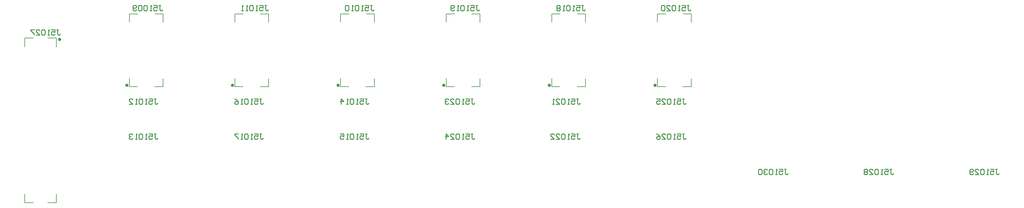
<source format=gbo>
%FSLAX43Y43*%
%MOMM*%
G71*
G01*
G75*
G04 Layer_Color=32896*
%ADD10R,0.600X1.550*%
%ADD11R,1.000X0.900*%
%ADD12R,0.600X1.300*%
%ADD13C,1.800*%
%ADD14R,1.800X1.800*%
%ADD15R,1.050X1.050*%
%ADD16C,1.050*%
%ADD17C,2.050*%
%ADD18C,8.000*%
%ADD19C,0.250*%
%ADD20C,0.600*%
%ADD21C,0.200*%
%ADD22C,0.254*%
%ADD23R,0.803X1.753*%
%ADD24R,1.203X1.103*%
%ADD25R,0.803X1.503*%
%ADD26C,2.003*%
%ADD27R,2.003X2.003*%
%ADD28R,1.253X1.253*%
%ADD29C,1.253*%
%ADD30C,2.253*%
%ADD31C,8.203*%
%ADD32C,0.500*%
D21*
X22000Y73500D02*
X24500D01*
Y71000D02*
Y73500D01*
X15500Y71000D02*
Y73500D01*
X18000D01*
X15500Y26500D02*
X18000D01*
X15500D02*
Y29000D01*
X22000Y26500D02*
X24500D01*
Y29000D01*
X204800Y59600D02*
Y61900D01*
X202400Y59600D02*
X204800D01*
X195200D02*
X197500D01*
X195200D02*
Y62000D01*
Y78100D02*
Y80400D01*
X197600D01*
X204800Y78000D02*
Y80400D01*
X202500D02*
X204800D01*
X144800Y59600D02*
Y61900D01*
X142400Y59600D02*
X144800D01*
X135200D02*
X137500D01*
X135200D02*
Y62000D01*
Y78100D02*
Y80400D01*
X137600D01*
X144800Y78000D02*
Y80400D01*
X142500D02*
X144800D01*
X174800Y59600D02*
Y61900D01*
X172400Y59600D02*
X174800D01*
X165200D02*
X167500D01*
X165200D02*
Y62000D01*
Y78100D02*
Y80400D01*
X167600D01*
X174800Y78000D02*
Y80400D01*
X172500D02*
X174800D01*
X84800Y59600D02*
Y61900D01*
X82400Y59600D02*
X84800D01*
X75200D02*
X77500D01*
X75200D02*
Y62000D01*
Y78100D02*
Y80400D01*
X77600D01*
X84800Y78000D02*
Y80400D01*
X82500D02*
X84800D01*
X114800Y59600D02*
Y61900D01*
X112400Y59600D02*
X114800D01*
X105200D02*
X107500D01*
X105200D02*
Y62000D01*
Y78100D02*
Y80400D01*
X107600D01*
X114800Y78000D02*
Y80400D01*
X112500D02*
X114800D01*
X54800Y59600D02*
Y61900D01*
X52400Y59600D02*
X54800D01*
X45200D02*
X47500D01*
X45200D02*
Y62000D01*
Y78100D02*
Y80400D01*
X47600D01*
X54800Y78000D02*
Y80400D01*
X52500D02*
X54800D01*
D22*
X53620Y82786D02*
X54128D01*
X53874D01*
Y81516D01*
X54128Y81262D01*
X54381D01*
X54635Y81516D01*
X52096Y82786D02*
X53112D01*
Y82024D01*
X52604Y82278D01*
X52350D01*
X52096Y82024D01*
Y81516D01*
X52350Y81262D01*
X52858D01*
X53112Y81516D01*
X51588Y81262D02*
X51081D01*
X51334D01*
Y82786D01*
X51588Y82532D01*
X50319D02*
X50065Y82786D01*
X49557D01*
X49303Y82532D01*
Y81516D01*
X49557Y81262D01*
X50065D01*
X50319Y81516D01*
Y82532D01*
X48795D02*
X48541Y82786D01*
X48034D01*
X47780Y82532D01*
Y81516D01*
X48034Y81262D01*
X48541D01*
X48795Y81516D01*
Y82532D01*
X47272Y81516D02*
X47018Y81262D01*
X46510D01*
X46256Y81516D01*
Y82532D01*
X46510Y82786D01*
X47018D01*
X47272Y82532D01*
Y82278D01*
X47018Y82024D01*
X46256D01*
X113640Y82786D02*
X114148D01*
X113894D01*
Y81516D01*
X114148Y81262D01*
X114402D01*
X114656Y81516D01*
X112116Y82786D02*
X113132D01*
Y82024D01*
X112624Y82278D01*
X112370D01*
X112116Y82024D01*
Y81516D01*
X112370Y81262D01*
X112878D01*
X113132Y81516D01*
X111609Y81262D02*
X111101D01*
X111355D01*
Y82786D01*
X111609Y82532D01*
X110339D02*
X110085Y82786D01*
X109577D01*
X109323Y82532D01*
Y81516D01*
X109577Y81262D01*
X110085D01*
X110339Y81516D01*
Y82532D01*
X108815Y81262D02*
X108308D01*
X108562D01*
Y82786D01*
X108815Y82532D01*
X107546D02*
X107292Y82786D01*
X106784D01*
X106530Y82532D01*
Y81516D01*
X106784Y81262D01*
X107292D01*
X107546Y81516D01*
Y82532D01*
X83643Y82786D02*
X84150D01*
X83896D01*
Y81516D01*
X84150Y81262D01*
X84404D01*
X84658Y81516D01*
X82119Y82786D02*
X83135D01*
Y82024D01*
X82627Y82278D01*
X82373D01*
X82119Y82024D01*
Y81516D01*
X82373Y81262D01*
X82881D01*
X83135Y81516D01*
X81611Y81262D02*
X81103D01*
X81357D01*
Y82786D01*
X81611Y82532D01*
X80342D02*
X80088Y82786D01*
X79580D01*
X79326Y82532D01*
Y81516D01*
X79580Y81262D01*
X80088D01*
X80342Y81516D01*
Y82532D01*
X78818Y81262D02*
X78310D01*
X78564D01*
Y82786D01*
X78818Y82532D01*
X77549Y81262D02*
X77041D01*
X77295D01*
Y82786D01*
X77549Y82532D01*
X52241Y56108D02*
X52748D01*
X52494D01*
Y54839D01*
X52748Y54585D01*
X53002D01*
X53256Y54839D01*
X50717Y56108D02*
X51733D01*
Y55346D01*
X51225Y55600D01*
X50971D01*
X50717Y55346D01*
Y54839D01*
X50971Y54585D01*
X51479D01*
X51733Y54839D01*
X50209Y54585D02*
X49701D01*
X49955D01*
Y56108D01*
X50209Y55854D01*
X48940D02*
X48686Y56108D01*
X48178D01*
X47924Y55854D01*
Y54839D01*
X48178Y54585D01*
X48686D01*
X48940Y54839D01*
Y55854D01*
X47416Y54585D02*
X46908D01*
X47162D01*
Y56108D01*
X47416Y55854D01*
X45131Y54585D02*
X46146D01*
X45131Y55600D01*
Y55854D01*
X45385Y56108D01*
X45893D01*
X46146Y55854D01*
X52241Y46126D02*
X52748D01*
X52494D01*
Y44856D01*
X52748Y44602D01*
X53002D01*
X53256Y44856D01*
X50717Y46126D02*
X51733D01*
Y45364D01*
X51225Y45618D01*
X50971D01*
X50717Y45364D01*
Y44856D01*
X50971Y44602D01*
X51479D01*
X51733Y44856D01*
X50209Y44602D02*
X49701D01*
X49955D01*
Y46126D01*
X50209Y45872D01*
X48940D02*
X48686Y46126D01*
X48178D01*
X47924Y45872D01*
Y44856D01*
X48178Y44602D01*
X48686D01*
X48940Y44856D01*
Y45872D01*
X47416Y44602D02*
X46908D01*
X47162D01*
Y46126D01*
X47416Y45872D01*
X46146D02*
X45893Y46126D01*
X45385D01*
X45131Y45872D01*
Y45618D01*
X45385Y45364D01*
X45639D01*
X45385D01*
X45131Y45110D01*
Y44856D01*
X45385Y44602D01*
X45893D01*
X46146Y44856D01*
X112220Y56108D02*
X112728D01*
X112474D01*
Y54839D01*
X112728Y54585D01*
X112982D01*
X113236Y54839D01*
X110697Y56108D02*
X111712D01*
Y55346D01*
X111204Y55600D01*
X110951D01*
X110697Y55346D01*
Y54839D01*
X110951Y54585D01*
X111458D01*
X111712Y54839D01*
X110189Y54585D02*
X109681D01*
X109935D01*
Y56108D01*
X110189Y55854D01*
X108919D02*
X108665Y56108D01*
X108157D01*
X107904Y55854D01*
Y54839D01*
X108157Y54585D01*
X108665D01*
X108919Y54839D01*
Y55854D01*
X107396Y54585D02*
X106888D01*
X107142D01*
Y56108D01*
X107396Y55854D01*
X105364Y54585D02*
Y56108D01*
X106126Y55346D01*
X105110D01*
X112220Y46126D02*
X112728D01*
X112474D01*
Y44856D01*
X112728Y44602D01*
X112982D01*
X113236Y44856D01*
X110697Y46126D02*
X111712D01*
Y45364D01*
X111204Y45618D01*
X110951D01*
X110697Y45364D01*
Y44856D01*
X110951Y44602D01*
X111458D01*
X111712Y44856D01*
X110189Y44602D02*
X109681D01*
X109935D01*
Y46126D01*
X110189Y45872D01*
X108919D02*
X108665Y46126D01*
X108157D01*
X107904Y45872D01*
Y44856D01*
X108157Y44602D01*
X108665D01*
X108919Y44856D01*
Y45872D01*
X107396Y44602D02*
X106888D01*
X107142D01*
Y46126D01*
X107396Y45872D01*
X105110Y46126D02*
X106126D01*
Y45364D01*
X105618Y45618D01*
X105364D01*
X105110Y45364D01*
Y44856D01*
X105364Y44602D01*
X105872D01*
X106126Y44856D01*
X82230Y56126D02*
X82738D01*
X82484D01*
Y54856D01*
X82738Y54602D01*
X82992D01*
X83246Y54856D01*
X80707Y56126D02*
X81722D01*
Y55364D01*
X81215Y55618D01*
X80961D01*
X80707Y55364D01*
Y54856D01*
X80961Y54602D01*
X81469D01*
X81722Y54856D01*
X80199Y54602D02*
X79691D01*
X79945D01*
Y56126D01*
X80199Y55872D01*
X78929D02*
X78675Y56126D01*
X78168D01*
X77914Y55872D01*
Y54856D01*
X78168Y54602D01*
X78675D01*
X78929Y54856D01*
Y55872D01*
X77406Y54602D02*
X76898D01*
X77152D01*
Y56126D01*
X77406Y55872D01*
X75121Y56126D02*
X75628Y55872D01*
X76136Y55364D01*
Y54856D01*
X75882Y54602D01*
X75375D01*
X75121Y54856D01*
Y55110D01*
X75375Y55364D01*
X76136D01*
X82230Y46126D02*
X82738D01*
X82484D01*
Y44856D01*
X82738Y44602D01*
X82992D01*
X83246Y44856D01*
X80707Y46126D02*
X81722D01*
Y45364D01*
X81215Y45618D01*
X80961D01*
X80707Y45364D01*
Y44856D01*
X80961Y44602D01*
X81469D01*
X81722Y44856D01*
X80199Y44602D02*
X79691D01*
X79945D01*
Y46126D01*
X80199Y45872D01*
X78929D02*
X78675Y46126D01*
X78168D01*
X77914Y45872D01*
Y44856D01*
X78168Y44602D01*
X78675D01*
X78929Y44856D01*
Y45872D01*
X77406Y44602D02*
X76898D01*
X77152D01*
Y46126D01*
X77406Y45872D01*
X76136Y46126D02*
X75121D01*
Y45872D01*
X76136Y44856D01*
Y44602D01*
X173635Y82786D02*
X174143D01*
X173889D01*
Y81516D01*
X174143Y81262D01*
X174396D01*
X174650Y81516D01*
X172111Y82786D02*
X173127D01*
Y82024D01*
X172619Y82278D01*
X172365D01*
X172111Y82024D01*
Y81516D01*
X172365Y81262D01*
X172873D01*
X173127Y81516D01*
X171603Y81262D02*
X171096D01*
X171349D01*
Y82786D01*
X171603Y82532D01*
X170334D02*
X170080Y82786D01*
X169572D01*
X169318Y82532D01*
Y81516D01*
X169572Y81262D01*
X170080D01*
X170334Y81516D01*
Y82532D01*
X168810Y81262D02*
X168302D01*
X168556D01*
Y82786D01*
X168810Y82532D01*
X167541D02*
X167287Y82786D01*
X166779D01*
X166525Y82532D01*
Y82278D01*
X166779Y82024D01*
X166525Y81770D01*
Y81516D01*
X166779Y81262D01*
X167287D01*
X167541Y81516D01*
Y81770D01*
X167287Y82024D01*
X167541Y82278D01*
Y82532D01*
X167287Y82024D02*
X166779D01*
X143637Y82786D02*
X144145D01*
X143891D01*
Y81516D01*
X144145Y81262D01*
X144399D01*
X144653Y81516D01*
X142114Y82786D02*
X143129D01*
Y82024D01*
X142622Y82278D01*
X142368D01*
X142114Y82024D01*
Y81516D01*
X142368Y81262D01*
X142876D01*
X143129Y81516D01*
X141606Y81262D02*
X141098D01*
X141352D01*
Y82786D01*
X141606Y82532D01*
X140336D02*
X140082Y82786D01*
X139575D01*
X139321Y82532D01*
Y81516D01*
X139575Y81262D01*
X140082D01*
X140336Y81516D01*
Y82532D01*
X138813Y81262D02*
X138305D01*
X138559D01*
Y82786D01*
X138813Y82532D01*
X137543Y81516D02*
X137289Y81262D01*
X136782D01*
X136528Y81516D01*
Y82532D01*
X136782Y82786D01*
X137289D01*
X137543Y82532D01*
Y82278D01*
X137289Y82024D01*
X136528D01*
X203632Y82786D02*
X204140D01*
X203886D01*
Y81516D01*
X204140Y81262D01*
X204394D01*
X204648Y81516D01*
X202109Y82786D02*
X203124D01*
Y82024D01*
X202616Y82278D01*
X202363D01*
X202109Y82024D01*
Y81516D01*
X202363Y81262D01*
X202870D01*
X203124Y81516D01*
X201601Y81262D02*
X201093D01*
X201347D01*
Y82786D01*
X201601Y82532D01*
X200331D02*
X200077Y82786D01*
X199569D01*
X199316Y82532D01*
Y81516D01*
X199569Y81262D01*
X200077D01*
X200331Y81516D01*
Y82532D01*
X197792Y81262D02*
X198808D01*
X197792Y82278D01*
Y82532D01*
X198046Y82786D01*
X198554D01*
X198808Y82532D01*
X197284D02*
X197030Y82786D01*
X196522D01*
X196269Y82532D01*
Y81516D01*
X196522Y81262D01*
X197030D01*
X197284Y81516D01*
Y82532D01*
X172225Y56108D02*
X172733D01*
X172479D01*
Y54839D01*
X172733Y54585D01*
X172987D01*
X173241Y54839D01*
X170702Y56108D02*
X171717D01*
Y55346D01*
X171209Y55600D01*
X170956D01*
X170702Y55346D01*
Y54839D01*
X170956Y54585D01*
X171463D01*
X171717Y54839D01*
X170194Y54585D02*
X169686D01*
X169940D01*
Y56108D01*
X170194Y55854D01*
X168924D02*
X168670Y56108D01*
X168162D01*
X167909Y55854D01*
Y54839D01*
X168162Y54585D01*
X168670D01*
X168924Y54839D01*
Y55854D01*
X166385Y54585D02*
X167401D01*
X166385Y55600D01*
Y55854D01*
X166639Y56108D01*
X167147D01*
X167401Y55854D01*
X165877Y54585D02*
X165369D01*
X165623D01*
Y56108D01*
X165877Y55854D01*
X172225Y46126D02*
X172733D01*
X172479D01*
Y44856D01*
X172733Y44602D01*
X172987D01*
X173241Y44856D01*
X170702Y46126D02*
X171717D01*
Y45364D01*
X171209Y45618D01*
X170956D01*
X170702Y45364D01*
Y44856D01*
X170956Y44602D01*
X171463D01*
X171717Y44856D01*
X170194Y44602D02*
X169686D01*
X169940D01*
Y46126D01*
X170194Y45872D01*
X168924D02*
X168670Y46126D01*
X168162D01*
X167909Y45872D01*
Y44856D01*
X168162Y44602D01*
X168670D01*
X168924Y44856D01*
Y45872D01*
X166385Y44602D02*
X167401D01*
X166385Y45618D01*
Y45872D01*
X166639Y46126D01*
X167147D01*
X167401Y45872D01*
X164862Y44602D02*
X165877D01*
X164862Y45618D01*
Y45872D01*
X165115Y46126D01*
X165623D01*
X165877Y45872D01*
X142235Y56108D02*
X142743D01*
X142489D01*
Y54839D01*
X142743Y54585D01*
X142997D01*
X143251Y54839D01*
X140712Y56108D02*
X141727D01*
Y55346D01*
X141220Y55600D01*
X140966D01*
X140712Y55346D01*
Y54839D01*
X140966Y54585D01*
X141474D01*
X141727Y54839D01*
X140204Y54585D02*
X139696D01*
X139950D01*
Y56108D01*
X140204Y55854D01*
X138934D02*
X138680Y56108D01*
X138173D01*
X137919Y55854D01*
Y54839D01*
X138173Y54585D01*
X138680D01*
X138934Y54839D01*
Y55854D01*
X136395Y54585D02*
X137411D01*
X136395Y55600D01*
Y55854D01*
X136649Y56108D01*
X137157D01*
X137411Y55854D01*
X135887D02*
X135633Y56108D01*
X135126D01*
X134872Y55854D01*
Y55600D01*
X135126Y55346D01*
X135380D01*
X135126D01*
X134872Y55092D01*
Y54839D01*
X135126Y54585D01*
X135633D01*
X135887Y54839D01*
X142235Y46126D02*
X142743D01*
X142489D01*
Y44856D01*
X142743Y44602D01*
X142997D01*
X143251Y44856D01*
X140712Y46126D02*
X141727D01*
Y45364D01*
X141220Y45618D01*
X140966D01*
X140712Y45364D01*
Y44856D01*
X140966Y44602D01*
X141474D01*
X141727Y44856D01*
X140204Y44602D02*
X139696D01*
X139950D01*
Y46126D01*
X140204Y45872D01*
X138934D02*
X138680Y46126D01*
X138173D01*
X137919Y45872D01*
Y44856D01*
X138173Y44602D01*
X138680D01*
X138934Y44856D01*
Y45872D01*
X136395Y44602D02*
X137411D01*
X136395Y45618D01*
Y45872D01*
X136649Y46126D01*
X137157D01*
X137411Y45872D01*
X135126Y44602D02*
Y46126D01*
X135887Y45364D01*
X134872D01*
X202240Y56108D02*
X202748D01*
X202494D01*
Y54839D01*
X202748Y54585D01*
X203002D01*
X203256Y54839D01*
X200717Y56108D02*
X201732D01*
Y55346D01*
X201225Y55600D01*
X200971D01*
X200717Y55346D01*
Y54839D01*
X200971Y54585D01*
X201479D01*
X201732Y54839D01*
X200209Y54585D02*
X199701D01*
X199955D01*
Y56108D01*
X200209Y55854D01*
X198939D02*
X198685Y56108D01*
X198178D01*
X197924Y55854D01*
Y54839D01*
X198178Y54585D01*
X198685D01*
X198939Y54839D01*
Y55854D01*
X196400Y54585D02*
X197416D01*
X196400Y55600D01*
Y55854D01*
X196654Y56108D01*
X197162D01*
X197416Y55854D01*
X194877Y56108D02*
X195892D01*
Y55346D01*
X195385Y55600D01*
X195131D01*
X194877Y55346D01*
Y54839D01*
X195131Y54585D01*
X195638D01*
X195892Y54839D01*
X202240Y46126D02*
X202748D01*
X202494D01*
Y44856D01*
X202748Y44602D01*
X203002D01*
X203256Y44856D01*
X200717Y46126D02*
X201732D01*
Y45364D01*
X201225Y45618D01*
X200971D01*
X200717Y45364D01*
Y44856D01*
X200971Y44602D01*
X201479D01*
X201732Y44856D01*
X200209Y44602D02*
X199701D01*
X199955D01*
Y46126D01*
X200209Y45872D01*
X198939D02*
X198685Y46126D01*
X198178D01*
X197924Y45872D01*
Y44856D01*
X198178Y44602D01*
X198685D01*
X198939Y44856D01*
Y45872D01*
X196400Y44602D02*
X197416D01*
X196400Y45618D01*
Y45872D01*
X196654Y46126D01*
X197162D01*
X197416Y45872D01*
X194877Y46126D02*
X195385Y45872D01*
X195892Y45364D01*
Y44856D01*
X195638Y44602D01*
X195131D01*
X194877Y44856D01*
Y45110D01*
X195131Y45364D01*
X195892D01*
X24590Y75887D02*
X25097D01*
X24843D01*
Y74618D01*
X25097Y74364D01*
X25351D01*
X25605Y74618D01*
X23066Y75887D02*
X24082D01*
Y75125D01*
X23574Y75379D01*
X23320D01*
X23066Y75125D01*
Y74618D01*
X23320Y74364D01*
X23828D01*
X24082Y74618D01*
X22558Y74364D02*
X22050D01*
X22304D01*
Y75887D01*
X22558Y75633D01*
X21289D02*
X21035Y75887D01*
X20527D01*
X20273Y75633D01*
Y74618D01*
X20527Y74364D01*
X21035D01*
X21289Y74618D01*
Y75633D01*
X18749Y74364D02*
X19765D01*
X18749Y75379D01*
Y75633D01*
X19003Y75887D01*
X19511D01*
X19765Y75633D01*
X18242Y75887D02*
X17226D01*
Y75633D01*
X18242Y74618D01*
Y74364D01*
X261229Y36118D02*
X261737D01*
X261483D01*
Y34849D01*
X261737Y34595D01*
X261991D01*
X262245Y34849D01*
X259706Y36118D02*
X260721D01*
Y35357D01*
X260214Y35610D01*
X259960D01*
X259706Y35357D01*
Y34849D01*
X259960Y34595D01*
X260468D01*
X260721Y34849D01*
X259198Y34595D02*
X258690D01*
X258944D01*
Y36118D01*
X259198Y35864D01*
X257928D02*
X257674Y36118D01*
X257167D01*
X256913Y35864D01*
Y34849D01*
X257167Y34595D01*
X257674D01*
X257928Y34849D01*
Y35864D01*
X255389Y34595D02*
X256405D01*
X255389Y35610D01*
Y35864D01*
X255643Y36118D01*
X256151D01*
X256405Y35864D01*
X254881D02*
X254627Y36118D01*
X254120D01*
X253866Y35864D01*
Y35610D01*
X254120Y35357D01*
X253866Y35103D01*
Y34849D01*
X254120Y34595D01*
X254627D01*
X254881Y34849D01*
Y35103D01*
X254627Y35357D01*
X254881Y35610D01*
Y35864D01*
X254627Y35357D02*
X254120D01*
X291219Y36118D02*
X291727D01*
X291473D01*
Y34849D01*
X291727Y34595D01*
X291981D01*
X292235Y34849D01*
X289696Y36118D02*
X290711D01*
Y35357D01*
X290203Y35610D01*
X289950D01*
X289696Y35357D01*
Y34849D01*
X289950Y34595D01*
X290457D01*
X290711Y34849D01*
X289188Y34595D02*
X288680D01*
X288934D01*
Y36118D01*
X289188Y35864D01*
X287918D02*
X287664Y36118D01*
X287156D01*
X286903Y35864D01*
Y34849D01*
X287156Y34595D01*
X287664D01*
X287918Y34849D01*
Y35864D01*
X285379Y34595D02*
X286395D01*
X285379Y35610D01*
Y35864D01*
X285633Y36118D01*
X286141D01*
X286395Y35864D01*
X284871Y34849D02*
X284617Y34595D01*
X284109D01*
X283855Y34849D01*
Y35864D01*
X284109Y36118D01*
X284617D01*
X284871Y35864D01*
Y35610D01*
X284617Y35357D01*
X283855D01*
X231240Y36118D02*
X231747D01*
X231493D01*
Y34849D01*
X231747Y34595D01*
X232001D01*
X232255Y34849D01*
X229716Y36118D02*
X230732D01*
Y35357D01*
X230224Y35610D01*
X229970D01*
X229716Y35357D01*
Y34849D01*
X229970Y34595D01*
X230478D01*
X230732Y34849D01*
X229208Y34595D02*
X228700D01*
X228954D01*
Y36118D01*
X229208Y35864D01*
X227939D02*
X227685Y36118D01*
X227177D01*
X226923Y35864D01*
Y34849D01*
X227177Y34595D01*
X227685D01*
X227939Y34849D01*
Y35864D01*
X226415D02*
X226161Y36118D01*
X225653D01*
X225399Y35864D01*
Y35610D01*
X225653Y35357D01*
X225907D01*
X225653D01*
X225399Y35103D01*
Y34849D01*
X225653Y34595D01*
X226161D01*
X226415Y34849D01*
X224892Y35864D02*
X224638Y36118D01*
X224130D01*
X223876Y35864D01*
Y34849D01*
X224130Y34595D01*
X224638D01*
X224892Y34849D01*
Y35864D01*
D32*
X25600Y73100D02*
G03*
X25600Y73100I-200J0D01*
G01*
X194700Y60000D02*
G03*
X194700Y60000I-200J0D01*
G01*
X134700D02*
G03*
X134700Y60000I-200J0D01*
G01*
X164700D02*
G03*
X164700Y60000I-200J0D01*
G01*
X74700D02*
G03*
X74700Y60000I-200J0D01*
G01*
X104700D02*
G03*
X104700Y60000I-200J0D01*
G01*
X44700D02*
G03*
X44700Y60000I-200J0D01*
G01*
M02*

</source>
